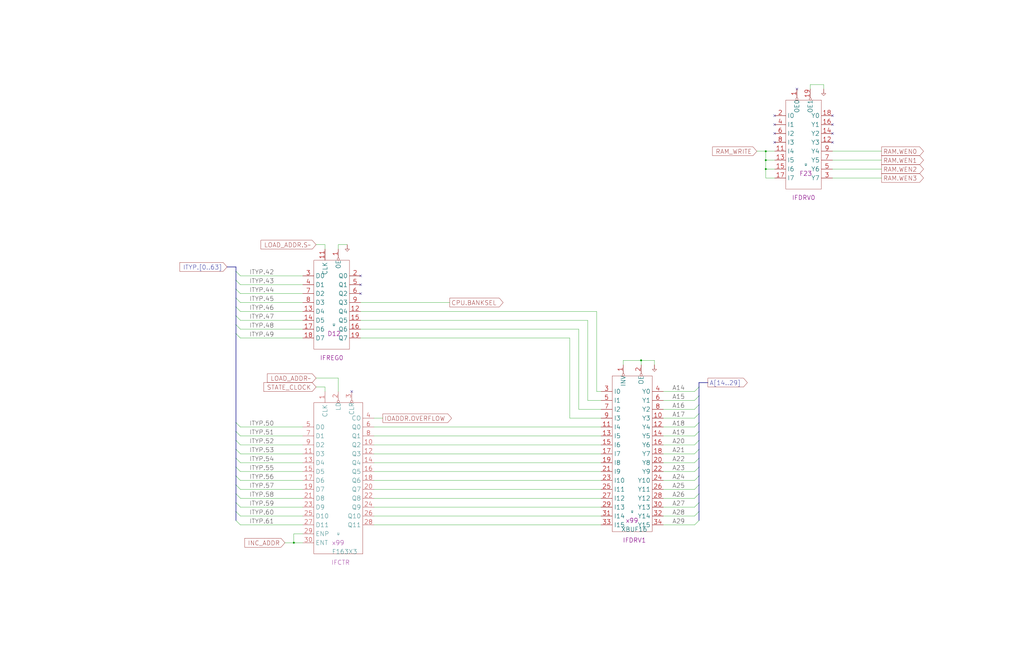
<source format=kicad_sch>
(kicad_sch (version 20220404) (generator eeschema)
  (paper "User" 584.2 378.46)
  (title_block (title "RAM INTERFACE\\nADDRESS PATH") (date "22-SEP-90") (rev "2.0") (comment 1 "IOC") (comment 2 "232-003061") (comment 3 "S400") (comment 4 "RELEASED"))
  (lib_symbols
    (symbol "r1000:F163X3" (pin_names (offset 1.016))
      (property "Reference" "U" (at 2.54 5.08 0))
      (property "Value" "F163X3" (at -1.27 -5.08 0))
      (property "Location" "___" (at -1.27 0 0))
      (property "Name" "______" (at 3.81 -12.7 0))
      (symbol "F163X3_1_1"
        (rectangle (start -11.43 80.01) (end 16.51 -6.35))
        (circle (center 2.54 80.645) (radius 0.635))
        (circle (center 10.16 80.645) (radius 0.635))
        (pin input line (at -5.08 86.36 270) (length 6.35) (name "CLK") (number "1"))
        (pin output line (at 22.86 55.88 180) (length 6.35) (name "Q2") (number "10"))
        (pin input line (at -17.78 50.8 0) (length 6.35) (name "D3") (number "11"))
        (pin output line (at 22.86 50.8 180) (length 6.35) (name "Q3") (number "12"))
        (pin input line (at -17.78 45.72 0) (length 6.35) (name "D4") (number "13"))
        (pin output line (at 22.86 45.72 180) (length 6.35) (name "Q4") (number "14"))
        (pin input line (at -17.78 40.64 0) (length 6.35) (name "D5") (number "15"))
        (pin output line (at 22.86 40.64 180) (length 6.35) (name "Q5") (number "16"))
        (pin input line (at -17.78 35.56 0) (length 6.35) (name "D6") (number "17"))
        (pin output line (at 22.86 35.56 180) (length 6.35) (name "Q6") (number "18"))
        (pin input line (at -17.78 30.48 0) (length 6.35) (name "D7") (number "19"))
        (pin input line (at 2.54 86.36 270) (length 5.08) (name "LD") (number "2"))
        (pin output line (at 22.86 30.48 180) (length 6.35) (name "Q7") (number "20"))
        (pin input line (at -17.78 25.4 0) (length 6.35) (name "D8") (number "21"))
        (pin output line (at 22.86 25.4 180) (length 6.35) (name "Q8") (number "22"))
        (pin input line (at -17.78 20.32 0) (length 6.35) (name "D9") (number "23"))
        (pin output line (at 22.86 20.32 180) (length 6.35) (name "Q9") (number "24"))
        (pin input line (at -17.78 15.24 0) (length 6.35) (name "D10") (number "25"))
        (pin output line (at 22.86 15.24 180) (length 6.35) (name "Q10") (number "26"))
        (pin input line (at -17.78 10.16 0) (length 6.35) (name "D11") (number "27"))
        (pin output line (at 22.86 10.16 180) (length 6.35) (name "Q11") (number "28"))
        (pin input line (at -17.78 5.08 0) (length 6.35) (name "ENP") (number "29"))
        (pin input line (at 10.16 86.36 270) (length 5.08) (name "CLR") (number "3"))
        (pin input line (at -17.78 0 0) (length 6.35) (name "ENT") (number "30"))
        (pin output line (at 22.86 71.12 180) (length 6.35) (name "CO") (number "4"))
        (pin input line (at -17.78 66.04 0) (length 6.35) (name "D0") (number "5"))
        (pin output line (at 22.86 66.04 180) (length 6.35) (name "Q0") (number "6"))
        (pin input line (at -17.78 60.96 0) (length 6.35) (name "D1") (number "7"))
        (pin output line (at 22.86 60.96 180) (length 6.35) (name "Q1") (number "8"))
        (pin input line (at -17.78 55.88 0) (length 6.35) (name "D2") (number "9"))
      )
    )
    (symbol "r1000:F244" (pin_names (offset 1.016))
      (property "Reference" "U" (at 2.54 5.08 0))
      (property "Value" "F244" (at -3.81 -7.62 0))
      (property "Location" "___" (at -1.27 0 0))
      (property "Name" "______" (at 1.27 -15.24 0))
      (symbol "F244_1_1"
        (rectangle (start -8.89 41.91) (end 11.43 -8.89))
        (circle (center -2.54 42.545) (radius 0.635))
        (circle (center 5.08 42.545) (radius 0.635))
        (pin input line (at -2.54 48.26 270) (length 5.08) (name "OE0") (number "1"))
        (pin input line (at -15.24 12.7 0) (length 6.35) (name "I4") (number "11"))
        (pin tri_state line (at 17.78 17.78 180) (length 6.35) (name "Y3") (number "12"))
        (pin input line (at -15.24 7.62 0) (length 6.35) (name "I5") (number "13"))
        (pin tri_state line (at 17.78 22.86 180) (length 6.35) (name "Y2") (number "14"))
        (pin input line (at -15.24 2.54 0) (length 6.35) (name "I6") (number "15"))
        (pin tri_state line (at 17.78 27.94 180) (length 6.35) (name "Y1") (number "16"))
        (pin input line (at -15.24 -2.54 0) (length 6.35) (name "I7") (number "17"))
        (pin tri_state line (at 17.78 33.02 180) (length 6.35) (name "Y0") (number "18"))
        (pin input line (at 5.08 48.26 270) (length 5.08) (name "OE1") (number "19"))
        (pin input line (at -15.24 33.02 0) (length 6.35) (name "I0") (number "2"))
        (pin tri_state line (at 17.78 -2.54 180) (length 6.35) (name "Y7") (number "3"))
        (pin input line (at -15.24 27.94 0) (length 6.35) (name "I1") (number "4"))
        (pin tri_state line (at 17.78 2.54 180) (length 6.35) (name "Y6") (number "5"))
        (pin input line (at -15.24 22.86 0) (length 6.35) (name "I2") (number "6"))
        (pin tri_state line (at 17.78 7.62 180) (length 6.35) (name "Y5") (number "7"))
        (pin input line (at -15.24 17.78 0) (length 6.35) (name "I3") (number "8"))
        (pin tri_state line (at 17.78 12.7 180) (length 6.35) (name "Y4") (number "9"))
      )
    )
    (symbol "r1000:F374" (pin_names (offset 1.016))
      (property "Reference" "U" (at 2.54 5.08 0))
      (property "Value" "F374" (at -3.81 -7.62 0))
      (property "Location" "___" (at -1.27 0 0))
      (property "Name" "______" (at 1.27 -15.24 0))
      (symbol "F374_1_1"
        (rectangle (start -8.89 41.91) (end 11.43 -8.89))
        (circle (center 5.08 42.545) (radius 0.635))
        (pin input line (at 5.08 48.26 270) (length 5.08) (name "OE") (number "1"))
        (pin input line (at -2.54 48.26 270) (length 6.35) (name "CLK") (number "11"))
        (pin tri_state line (at 17.78 12.7 180) (length 6.35) (name "Q4") (number "12"))
        (pin input line (at -15.24 12.7 0) (length 6.35) (name "D4") (number "13"))
        (pin input line (at -15.24 7.62 0) (length 6.35) (name "D5") (number "14"))
        (pin tri_state line (at 17.78 7.62 180) (length 6.35) (name "Q5") (number "15"))
        (pin tri_state line (at 17.78 2.54 180) (length 6.35) (name "Q6") (number "16"))
        (pin input line (at -15.24 2.54 0) (length 6.35) (name "D6") (number "17"))
        (pin input line (at -15.24 -2.54 0) (length 6.35) (name "D7") (number "18"))
        (pin tri_state line (at 17.78 -2.54 180) (length 6.35) (name "Q7") (number "19"))
        (pin tri_state line (at 17.78 33.02 180) (length 6.35) (name "Q0") (number "2"))
        (pin input line (at -15.24 33.02 0) (length 6.35) (name "D0") (number "3"))
        (pin input line (at -15.24 27.94 0) (length 6.35) (name "D1") (number "4"))
        (pin tri_state line (at 17.78 27.94 180) (length 6.35) (name "Q1") (number "5"))
        (pin tri_state line (at 17.78 22.86 180) (length 6.35) (name "Q2") (number "6"))
        (pin input line (at -15.24 22.86 0) (length 6.35) (name "D2") (number "7"))
        (pin input line (at -15.24 17.78 0) (length 6.35) (name "D3") (number "8"))
        (pin tri_state line (at 17.78 17.78 180) (length 6.35) (name "Q3") (number "9"))
      )
    )
    (symbol "r1000:PD" (power) (pin_numbers hide) (pin_names hide) (in_bom no)
      (symbol "PD_0_1"
        (polyline (pts (xy 0 -2.54) (xy 1.27 -2.54) (xy 0 -3.81) (xy -1.27 -2.54) (xy 0 -2.54)) (stroke (width 0.1524)))
      )
      (symbol "PD_1_1"
        (pin power_in line (at 0 0 270) (length 2.54) (name "PD") (number "1"))
      )
    )
    (symbol "r1000:XBUF16" (pin_names (offset 1.016))
      (property "Reference" "U" (at 2.54 5.08 0))
      (property "Value" "XBUF16" (at -3.81 -5.08 0))
      (property "Location" "___" (at -1.27 0 0))
      (property "Name" "______" (at 3.81 -12.7 0))
      (symbol "XBUF16_1_1"
        (rectangle (start -8.89 82.55) (end 13.97 -6.35))
        (circle (center -2.54 83.185) (radius 0.635))
        (circle (center 7.62 83.185) (radius 0.635))
        (pin input line (at -2.54 88.9 270) (length 5.08) (name "INV") (number "1"))
        (pin tri_state line (at 20.32 58.42 180) (length 6.35) (name "Y3") (number "10"))
        (pin input line (at -15.24 53.34 0) (length 6.35) (name "I4") (number "11"))
        (pin tri_state line (at 20.32 53.34 180) (length 6.35) (name "Y4") (number "12"))
        (pin input line (at -15.24 48.26 0) (length 6.35) (name "I5") (number "13"))
        (pin tri_state line (at 20.32 48.26 180) (length 6.35) (name "Y5") (number "14"))
        (pin input line (at -15.24 43.18 0) (length 6.35) (name "I6") (number "15"))
        (pin tri_state line (at 20.32 43.18 180) (length 6.35) (name "Y6") (number "16"))
        (pin input line (at -15.24 38.1 0) (length 6.35) (name "I7") (number "17"))
        (pin tri_state line (at 20.32 38.1 180) (length 6.35) (name "Y7") (number "18"))
        (pin input line (at -15.24 33.02 0) (length 6.35) (name "I8") (number "19"))
        (pin input line (at 7.62 88.9 270) (length 5.08) (name "OE") (number "2"))
        (pin tri_state line (at 20.32 33.02 180) (length 6.35) (name "Y8") (number "20"))
        (pin input line (at -15.24 27.94 0) (length 6.35) (name "I9") (number "21"))
        (pin tri_state line (at 20.32 27.94 180) (length 6.35) (name "Y9") (number "22"))
        (pin input line (at -15.24 22.86 0) (length 6.35) (name "I10") (number "23"))
        (pin tri_state line (at 20.32 22.86 180) (length 6.35) (name "Y10") (number "24"))
        (pin input line (at -15.24 17.78 0) (length 6.35) (name "I11") (number "25"))
        (pin tri_state line (at 20.32 17.78 180) (length 6.35) (name "Y11") (number "26"))
        (pin input line (at -15.24 12.7 0) (length 6.35) (name "I12") (number "27"))
        (pin tri_state line (at 20.32 12.7 180) (length 6.35) (name "Y12") (number "28"))
        (pin input line (at -15.24 7.62 0) (length 6.35) (name "I13") (number "29"))
        (pin input line (at -15.24 73.66 0) (length 6.35) (name "I0") (number "3"))
        (pin tri_state line (at 20.32 7.62 180) (length 6.35) (name "Y13") (number "30"))
        (pin input line (at -15.24 2.54 0) (length 6.35) (name "I14") (number "31"))
        (pin tri_state line (at 20.32 2.54 180) (length 6.35) (name "Y14") (number "32"))
        (pin input line (at -15.24 -2.54 0) (length 6.35) (name "I15") (number "33"))
        (pin tri_state line (at 20.32 -2.54 180) (length 6.35) (name "Y15") (number "34"))
        (pin tri_state line (at 20.32 73.66 180) (length 6.35) (name "Y0") (number "4"))
        (pin input line (at -15.24 68.58 0) (length 6.35) (name "I1") (number "5"))
        (pin tri_state line (at 20.32 68.58 180) (length 6.35) (name "Y1") (number "6"))
        (pin input line (at -15.24 63.5 0) (length 6.35) (name "I2") (number "7"))
        (pin tri_state line (at 20.32 63.5 180) (length 6.35) (name "Y2") (number "8"))
        (pin input line (at -15.24 58.42 0) (length 6.35) (name "I3") (number "9"))
      )
    )
  )
  (junction (at 436.88 86.36))
  (junction (at 436.88 96.52))
  (junction (at 365.76 205.74))
  (junction (at 436.88 91.44))
  (junction (at 167.64 309.88))
  (no_connect (at 205.74 167.64))
  (no_connect (at 474.98 71.12))
  (no_connect (at 474.98 81.28))
  (no_connect (at 441.96 81.28))
  (no_connect (at 205.74 157.48))
  (no_connect (at 441.96 76.2))
  (no_connect (at 474.98 76.2))
  (no_connect (at 474.98 66.04))
  (no_connect (at 205.74 162.56))
  (no_connect (at 441.96 71.12))
  (no_connect (at 454.66 50.8))
  (no_connect (at 441.96 66.04))
  (no_connect (at 200.66 223.52))
  (bus_entry (at 398.78 251.46) (size -2.54 2.54))
  (bus_entry (at 398.78 292.1) (size -2.54 2.54))
  (bus_entry (at 134.62 266.7) (size 2.54 2.54))
  (bus_entry (at 398.78 246.38) (size -2.54 2.54))
  (bus_entry (at 398.78 276.86) (size -2.54 2.54))
  (bus_entry (at 134.62 251.46) (size 2.54 2.54))
  (bus_entry (at 134.62 154.94) (size 2.54 2.54))
  (bus_entry (at 134.62 180.34) (size 2.54 2.54))
  (bus_entry (at 134.62 160.02) (size 2.54 2.54))
  (bus_entry (at 398.78 241.3) (size -2.54 2.54))
  (bus_entry (at 398.78 271.78) (size -2.54 2.54))
  (bus_entry (at 398.78 266.7) (size -2.54 2.54))
  (bus_entry (at 134.62 165.1) (size 2.54 2.54))
  (bus_entry (at 134.62 271.78) (size 2.54 2.54))
  (bus_entry (at 134.62 261.62) (size 2.54 2.54))
  (bus_entry (at 134.62 281.94) (size 2.54 2.54))
  (bus_entry (at 398.78 261.62) (size -2.54 2.54))
  (bus_entry (at 398.78 220.98) (size -2.54 2.54))
  (bus_entry (at 398.78 256.54) (size -2.54 2.54))
  (bus_entry (at 134.62 246.38) (size 2.54 2.54))
  (bus_entry (at 134.62 256.54) (size 2.54 2.54))
  (bus_entry (at 134.62 190.5) (size 2.54 2.54))
  (bus_entry (at 134.62 297.18) (size 2.54 2.54))
  (bus_entry (at 398.78 231.14) (size -2.54 2.54))
  (bus_entry (at 134.62 287.02) (size 2.54 2.54))
  (bus_entry (at 134.62 170.18) (size 2.54 2.54))
  (bus_entry (at 134.62 241.3) (size 2.54 2.54))
  (bus_entry (at 134.62 185.42) (size 2.54 2.54))
  (bus_entry (at 134.62 175.26) (size 2.54 2.54))
  (bus_entry (at 134.62 292.1) (size 2.54 2.54))
  (bus_entry (at 398.78 281.94) (size -2.54 2.54))
  (bus_entry (at 398.78 226.06) (size -2.54 2.54))
  (bus_entry (at 134.62 276.86) (size 2.54 2.54))
  (bus_entry (at 398.78 287.02) (size -2.54 2.54))
  (bus_entry (at 398.78 236.22) (size -2.54 2.54))
  (bus_entry (at 398.78 297.18) (size -2.54 2.54))
  (wire (pts (xy 213.36 279.4) (xy 342.9 279.4)))
  (wire (pts (xy 335.28 182.88) (xy 205.74 182.88)))
  (bus (pts (xy 134.62 152.4) (xy 134.62 154.94)))
  (wire (pts (xy 180.34 139.7) (xy 185.42 139.7)))
  (wire (pts (xy 137.16 157.48) (xy 172.72 157.48)))
  (wire (pts (xy 137.16 284.48) (xy 172.72 284.48)))
  (wire (pts (xy 137.16 269.24) (xy 172.72 269.24)))
  (wire (pts (xy 378.46 269.24) (xy 396.24 269.24)))
  (wire (pts (xy 335.28 182.88) (xy 335.28 228.6)))
  (wire (pts (xy 378.46 294.64) (xy 396.24 294.64)))
  (wire (pts (xy 469.9 48.26) (xy 462.28 48.26)))
  (wire (pts (xy 137.16 264.16) (xy 172.72 264.16)))
  (wire (pts (xy 193.04 223.52) (xy 193.04 215.9)))
  (bus (pts (xy 398.78 281.94) (xy 398.78 287.02)))
  (bus (pts (xy 398.78 256.54) (xy 398.78 261.62)))
  (wire (pts (xy 137.16 172.72) (xy 172.72 172.72)))
  (wire (pts (xy 185.42 220.98) (xy 180.34 220.98)))
  (wire (pts (xy 137.16 243.84) (xy 172.72 243.84)))
  (wire (pts (xy 378.46 264.16) (xy 396.24 264.16)))
  (bus (pts (xy 134.62 241.3) (xy 134.62 246.38)))
  (bus (pts (xy 398.78 261.62) (xy 398.78 266.7)))
  (bus (pts (xy 134.62 170.18) (xy 134.62 175.26)))
  (bus (pts (xy 134.62 266.7) (xy 134.62 271.78)))
  (wire (pts (xy 213.36 274.32) (xy 342.9 274.32)))
  (bus (pts (xy 398.78 287.02) (xy 398.78 292.1)))
  (wire (pts (xy 137.16 162.56) (xy 172.72 162.56)))
  (bus (pts (xy 134.62 190.5) (xy 134.62 241.3)))
  (wire (pts (xy 137.16 289.56) (xy 172.72 289.56)))
  (bus (pts (xy 134.62 271.78) (xy 134.62 276.86)))
  (wire (pts (xy 373.38 208.28) (xy 373.38 205.74)))
  (wire (pts (xy 137.16 259.08) (xy 172.72 259.08)))
  (wire (pts (xy 431.8 86.36) (xy 436.88 86.36)))
  (wire (pts (xy 436.88 91.44) (xy 436.88 86.36)))
  (bus (pts (xy 134.62 180.34) (xy 134.62 185.42)))
  (wire (pts (xy 213.36 284.48) (xy 342.9 284.48)))
  (bus (pts (xy 134.62 261.62) (xy 134.62 266.7)))
  (wire (pts (xy 325.12 193.04) (xy 325.12 238.76)))
  (wire (pts (xy 185.42 223.52) (xy 185.42 220.98)))
  (wire (pts (xy 325.12 238.76) (xy 342.9 238.76)))
  (wire (pts (xy 137.16 294.64) (xy 172.72 294.64)))
  (wire (pts (xy 436.88 96.52) (xy 436.88 91.44)))
  (bus (pts (xy 134.62 185.42) (xy 134.62 190.5)))
  (wire (pts (xy 340.36 223.52) (xy 342.9 223.52)))
  (bus (pts (xy 134.62 292.1) (xy 134.62 297.18)))
  (bus (pts (xy 134.62 175.26) (xy 134.62 180.34)))
  (wire (pts (xy 137.16 299.72) (xy 172.72 299.72)))
  (wire (pts (xy 325.12 193.04) (xy 205.74 193.04)))
  (wire (pts (xy 198.12 139.7) (xy 193.04 139.7)))
  (wire (pts (xy 213.36 259.08) (xy 342.9 259.08)))
  (wire (pts (xy 330.2 233.68) (xy 342.9 233.68)))
  (wire (pts (xy 441.96 91.44) (xy 436.88 91.44)))
  (wire (pts (xy 330.2 187.96) (xy 205.74 187.96)))
  (wire (pts (xy 137.16 254) (xy 172.72 254)))
  (wire (pts (xy 441.96 96.52) (xy 436.88 96.52)))
  (wire (pts (xy 378.46 248.92) (xy 396.24 248.92)))
  (bus (pts (xy 134.62 276.86) (xy 134.62 281.94)))
  (bus (pts (xy 134.62 154.94) (xy 134.62 160.02)))
  (wire (pts (xy 180.34 215.9) (xy 193.04 215.9)))
  (wire (pts (xy 137.16 187.96) (xy 172.72 187.96)))
  (wire (pts (xy 378.46 259.08) (xy 396.24 259.08)))
  (bus (pts (xy 398.78 241.3) (xy 398.78 246.38)))
  (bus (pts (xy 398.78 220.98) (xy 398.78 226.06)))
  (wire (pts (xy 340.36 177.8) (xy 340.36 223.52)))
  (wire (pts (xy 213.36 294.64) (xy 342.9 294.64)))
  (wire (pts (xy 469.9 50.8) (xy 469.9 48.26)))
  (wire (pts (xy 172.72 304.8) (xy 167.64 304.8)))
  (wire (pts (xy 474.98 86.36) (xy 502.92 86.36)))
  (bus (pts (xy 398.78 266.7) (xy 398.78 271.78)))
  (wire (pts (xy 137.16 182.88) (xy 172.72 182.88)))
  (wire (pts (xy 365.76 205.74) (xy 365.76 208.28)))
  (wire (pts (xy 137.16 274.32) (xy 172.72 274.32)))
  (wire (pts (xy 137.16 167.64) (xy 172.72 167.64)))
  (bus (pts (xy 398.78 226.06) (xy 398.78 231.14)))
  (bus (pts (xy 398.78 276.86) (xy 398.78 281.94)))
  (wire (pts (xy 436.88 86.36) (xy 441.96 86.36)))
  (wire (pts (xy 378.46 279.4) (xy 396.24 279.4)))
  (wire (pts (xy 378.46 289.56) (xy 396.24 289.56)))
  (wire (pts (xy 378.46 238.76) (xy 396.24 238.76)))
  (wire (pts (xy 137.16 193.04) (xy 172.72 193.04)))
  (bus (pts (xy 134.62 287.02) (xy 134.62 292.1)))
  (bus (pts (xy 134.62 160.02) (xy 134.62 165.1)))
  (wire (pts (xy 474.98 101.6) (xy 502.92 101.6)))
  (wire (pts (xy 335.28 228.6) (xy 342.9 228.6)))
  (bus (pts (xy 398.78 251.46) (xy 398.78 256.54)))
  (bus (pts (xy 398.78 236.22) (xy 398.78 241.3)))
  (bus (pts (xy 398.78 231.14) (xy 398.78 236.22)))
  (wire (pts (xy 378.46 243.84) (xy 396.24 243.84)))
  (bus (pts (xy 134.62 246.38) (xy 134.62 251.46)))
  (bus (pts (xy 134.62 251.46) (xy 134.62 256.54)))
  (wire (pts (xy 340.36 177.8) (xy 205.74 177.8)))
  (wire (pts (xy 213.36 254) (xy 342.9 254)))
  (wire (pts (xy 378.46 228.6) (xy 396.24 228.6)))
  (wire (pts (xy 193.04 139.7) (xy 193.04 142.24)))
  (wire (pts (xy 373.38 205.74) (xy 365.76 205.74)))
  (bus (pts (xy 403.86 218.44) (xy 398.78 218.44)))
  (wire (pts (xy 462.28 48.26) (xy 462.28 50.8)))
  (wire (pts (xy 213.36 248.92) (xy 342.9 248.92)))
  (wire (pts (xy 441.96 101.6) (xy 436.88 101.6)))
  (wire (pts (xy 162.56 309.88) (xy 167.64 309.88)))
  (wire (pts (xy 330.2 187.96) (xy 330.2 233.68)))
  (wire (pts (xy 137.16 279.4) (xy 172.72 279.4)))
  (bus (pts (xy 134.62 256.54) (xy 134.62 261.62)))
  (wire (pts (xy 355.6 205.74) (xy 365.76 205.74)))
  (wire (pts (xy 167.64 304.8) (xy 167.64 309.88)))
  (wire (pts (xy 378.46 299.72) (xy 396.24 299.72)))
  (wire (pts (xy 378.46 254) (xy 396.24 254)))
  (bus (pts (xy 134.62 281.94) (xy 134.62 287.02)))
  (wire (pts (xy 137.16 248.92) (xy 172.72 248.92)))
  (wire (pts (xy 474.98 91.44) (xy 502.92 91.44)))
  (wire (pts (xy 378.46 223.52) (xy 396.24 223.52)))
  (wire (pts (xy 213.36 264.16) (xy 342.9 264.16)))
  (wire (pts (xy 213.36 299.72) (xy 342.9 299.72)))
  (bus (pts (xy 134.62 165.1) (xy 134.62 170.18)))
  (wire (pts (xy 355.6 208.28) (xy 355.6 205.74)))
  (bus (pts (xy 398.78 218.44) (xy 398.78 220.98)))
  (bus (pts (xy 398.78 246.38) (xy 398.78 251.46)))
  (wire (pts (xy 474.98 96.52) (xy 502.92 96.52)))
  (wire (pts (xy 436.88 101.6) (xy 436.88 96.52)))
  (wire (pts (xy 378.46 274.32) (xy 396.24 274.32)))
  (wire (pts (xy 167.64 309.88) (xy 172.72 309.88)))
  (wire (pts (xy 205.74 172.72) (xy 256.54 172.72)))
  (wire (pts (xy 213.36 269.24) (xy 342.9 269.24)))
  (wire (pts (xy 378.46 284.48) (xy 396.24 284.48)))
  (wire (pts (xy 213.36 289.56) (xy 342.9 289.56)))
  (wire (pts (xy 378.46 233.68) (xy 396.24 233.68)))
  (bus (pts (xy 129.54 152.4) (xy 134.62 152.4)))
  (bus (pts (xy 398.78 292.1) (xy 398.78 297.18)))
  (bus (pts (xy 398.78 271.78) (xy 398.78 276.86)))
  (wire (pts (xy 213.36 238.76) (xy 218.44 238.76)))
  (wire (pts (xy 213.36 243.84) (xy 342.9 243.84)))
  (wire (pts (xy 185.42 142.24) (xy 185.42 139.7)))
  (wire (pts (xy 137.16 177.8) (xy 172.72 177.8)))
  (label "A26" (at 383.54 284.48 0) (effects (font (size 2.54 2.54))))
  (label "A18" (at 383.54 243.84 0) (effects (font (size 2.54 2.54))))
  (label "A29" (at 383.54 299.72 0) (effects (font (size 2.54 2.54))))
  (label "A24" (at 383.54 274.32 0) (effects (font (size 2.54 2.54))))
  (label "A27" (at 383.54 289.56 0) (effects (font (size 2.54 2.54))))
  (label "ITYP.59" (at 142.24 289.56 0) (effects (font (size 2.54 2.54))))
  (label "ITYP.52" (at 142.24 254 0) (effects (font (size 2.54 2.54))))
  (label "ITYP.55" (at 142.24 269.24 0) (effects (font (size 2.54 2.54))))
  (label "ITYP.54" (at 142.24 264.16 0) (effects (font (size 2.54 2.54))))
  (label "A19" (at 383.54 248.92 0) (effects (font (size 2.54 2.54))))
  (label "A14" (at 383.54 223.52 0) (effects (font (size 2.54 2.54))))
  (label "ITYP.47" (at 142.24 182.88 0) (effects (font (size 2.54 2.54))))
  (label "A22" (at 383.54 264.16 0) (effects (font (size 2.54 2.54))))
  (label "A20" (at 383.54 254 0) (effects (font (size 2.54 2.54))))
  (label "ITYP.49" (at 142.24 193.04 0) (effects (font (size 2.54 2.54))))
  (label "ITYP.53" (at 142.24 259.08 0) (effects (font (size 2.54 2.54))))
  (label "ITYP.60" (at 142.24 294.64 0) (effects (font (size 2.54 2.54))))
  (label "ITYP.44" (at 142.24 167.64 0) (effects (font (size 2.54 2.54))))
  (label "ITYP.61" (at 142.24 299.72 0) (effects (font (size 2.54 2.54))))
  (label "ITYP.48" (at 142.24 187.96 0) (effects (font (size 2.54 2.54))))
  (label "ITYP.57" (at 142.24 279.4 0) (effects (font (size 2.54 2.54))))
  (label "ITYP.58" (at 142.24 284.48 0) (effects (font (size 2.54 2.54))))
  (label "ITYP.42" (at 142.24 157.48 0) (effects (font (size 2.54 2.54))))
  (label "A25" (at 383.54 279.4 0) (effects (font (size 2.54 2.54))))
  (label "A15" (at 383.54 228.6 0) (effects (font (size 2.54 2.54))))
  (label "ITYP.46" (at 142.24 177.8 0) (effects (font (size 2.54 2.54))))
  (label "ITYP.56" (at 142.24 274.32 0) (effects (font (size 2.54 2.54))))
  (label "ITYP.51" (at 142.24 248.92 0) (effects (font (size 2.54 2.54))))
  (label "ITYP.45" (at 142.24 172.72 0) (effects (font (size 2.54 2.54))))
  (label "ITYP.43" (at 142.24 162.56 0) (effects (font (size 2.54 2.54))))
  (label "A16" (at 383.54 233.68 0) (effects (font (size 2.54 2.54))))
  (label "A17" (at 383.54 238.76 0) (effects (font (size 2.54 2.54))))
  (label "ITYP.50" (at 142.24 243.84 0) (effects (font (size 2.54 2.54))))
  (label "A28" (at 383.54 294.64 0) (effects (font (size 2.54 2.54))))
  (label "A21" (at 383.54 259.08 0) (effects (font (size 2.54 2.54))))
  (label "A23" (at 383.54 269.24 0) (effects (font (size 2.54 2.54))))
  (global_label "LOAD_ADDR~" (shape input) (at 180.34 215.9 180) (effects (font (size 2.54 2.54))) (property "Intersheet References" "${INTERSHEET_REFS}" (at 152.533 215.7413 0) (effects (font (size 1.905 1.905)) (justify right))))
  (global_label "ITYP.[0..63]" (shape input) (at 129.54 152.4 180) (effects (font (size 2.54 2.54))) (property "Intersheet References" "${INTERSHEET_REFS}" (at 101.7227 152.4 0) (effects (font (size 1.905 1.905)) (justify right))))
  (global_label "RAM.WEN3" (shape output) (at 502.92 101.6 0) (effects (font (size 2.54 2.54))) (property "Intersheet References" "${INTERSHEET_REFS}" (at 526.8565 101.4413 0) (effects (font (size 1.905 1.905)) (justify left))))
  (global_label "RAM.WEN0" (shape output) (at 502.92 86.36 0) (effects (font (size 2.54 2.54))) (property "Intersheet References" "${INTERSHEET_REFS}" (at 526.8565 86.2013 0) (effects (font (size 1.905 1.905)) (justify left))))
  (global_label "IOADDR.OVERFLOW" (shape output) (at 218.44 238.76 0) (effects (font (size 2.54 2.54))) (property "Intersheet References" "${INTERSHEET_REFS}" (at 257.6165 238.6013 0) (effects (font (size 1.905 1.905)) (justify left))))
  (global_label "RAM.WEN1" (shape output) (at 502.92 91.44 0) (effects (font (size 2.54 2.54))) (property "Intersheet References" "${INTERSHEET_REFS}" (at 526.8565 91.2813 0) (effects (font (size 1.905 1.905)) (justify left))))
  (global_label "RAM_WRITE" (shape input) (at 431.8 86.36 180) (effects (font (size 2.54 2.54))) (property "Intersheet References" "${INTERSHEET_REFS}" (at 406.533 86.2013 0) (effects (font (size 1.905 1.905)) (justify right))))
  (global_label "INC_ADDR" (shape input) (at 162.56 309.88 180) (effects (font (size 2.54 2.54))) (property "Intersheet References" "${INTERSHEET_REFS}" (at 139.5911 309.7213 0) (effects (font (size 1.905 1.905)) (justify right))))
  (global_label "STATE_CLOCK" (shape input) (at 180.34 220.98 180) (effects (font (size 2.54 2.54))) (property "Intersheet References" "${INTERSHEET_REFS}" (at 150.4769 220.8213 0) (effects (font (size 1.905 1.905)) (justify right))))
  (global_label "A[14..29]" (shape output) (at 403.86 218.44 0) (effects (font (size 2.54 2.54))) (property "Intersheet References" "${INTERSHEET_REFS}" (at 435.1746 218.2813 0) (effects (font (size 1.905 1.905)) (justify left))))
  (global_label "RAM.WEN2" (shape output) (at 502.92 96.52 0) (effects (font (size 2.54 2.54))) (property "Intersheet References" "${INTERSHEET_REFS}" (at 526.8565 96.3613 0) (effects (font (size 1.905 1.905)) (justify left))))
  (global_label "CPU.BANKSEL" (shape output) (at 256.54 172.72 0) (effects (font (size 2.54 2.54))) (property "Intersheet References" "${INTERSHEET_REFS}" (at 287.0079 172.5613 0) (effects (font (size 1.905 1.905)) (justify left))))
  (global_label "LOAD_ADDR.S~" (shape input) (at 180.34 139.7 180) (effects (font (size 2.54 2.54))) (property "Intersheet References" "${INTERSHEET_REFS}" (at 148.9045 139.5413 0) (effects (font (size 1.905 1.905)) (justify right))))
  (symbol (lib_id "r1000:PD") (at 373.38 208.28 0) (unit 1) (in_bom no)
    (default_instance (reference "#PWR") (unit 1) (value "PD") (footprint ""))
    (property "Reference" "#PWR" (effects hide))
    (property "Value" "PD" (effects hide))
  )
  (symbol (lib_id "r1000:PD") (at 469.9 50.8 0) (unit 1) (in_bom no)
    (default_instance (reference "#PWR") (unit 1) (value "PD") (footprint ""))
    (property "Reference" "#PWR" (effects hide))
    (property "Value" "PD" (effects hide))
  )
  (symbol (lib_id "r1000:F244") (at 457.2 99.06 0) (unit 1)
    (default_instance (reference "U") (unit 1) (value "") (footprint ""))
    (property "Reference" "U" (at 459.74 93.98 0))
    (property "Location" "F23" (at 455.93 99.06 0) (effects (font (size 2.54 2.54)) (justify left)))
    (property "Name" "IFDRV0" (at 458.47 114.3 0) (effects (font (size 2.54 2.54)) (justify bottom)))
  )
  (symbol (lib_id "r1000:XBUF16") (at 358.14 297.18 0) (unit 1)
    (default_instance (reference "U") (unit 1) (value "XBUF16") (footprint ""))
    (property "Reference" "U" (at 360.68 292.1 0))
    (property "Value" "XBUF16" (at 354.33 302.26 0) (effects (font (size 2.54 2.54)) (justify left)))
    (property "Location" "x99" (at 356.87 297.18 0) (effects (font (size 2.54 2.54)) (justify left)))
    (property "Name" "IFDRV1" (at 361.95 309.88 0) (effects (font (size 2.54 2.54)) (justify bottom)))
  )
  (symbol (lib_id "r1000:F374") (at 187.96 190.5 0) (unit 1)
    (default_instance (reference "U") (unit 1) (value "") (footprint ""))
    (property "Reference" "U" (at 190.5 185.42 0))
    (property "Location" "D12" (at 186.69 190.5 0) (effects (font (size 2.54 2.54)) (justify left)))
    (property "Name" "IFREG0" (at 189.23 205.74 0) (effects (font (size 2.54 2.54)) (justify bottom)))
  )
  (symbol (lib_id "r1000:F163X3") (at 190.5 309.88 0) (unit 1)
    (default_instance (reference "U") (unit 1) (value "F163X3") (footprint ""))
    (property "Reference" "U" (at 193.04 304.8 0))
    (property "Value" "F163X3" (at 189.23 314.96 0) (effects (font (size 2.54 2.54)) (justify left)))
    (property "Location" "x99" (at 189.23 309.88 0) (effects (font (size 2.54 2.54)) (justify left)))
    (property "Name" "IFCTR" (at 194.31 322.58 0) (effects (font (size 2.54 2.54)) (justify bottom)))
  )
  (symbol (lib_id "r1000:PD") (at 198.12 139.7 0) (unit 1) (in_bom no)
    (default_instance (reference "U") (unit 1) (value "") (footprint ""))
    (property "Reference" "U" (effects hide))
  )
)
</source>
